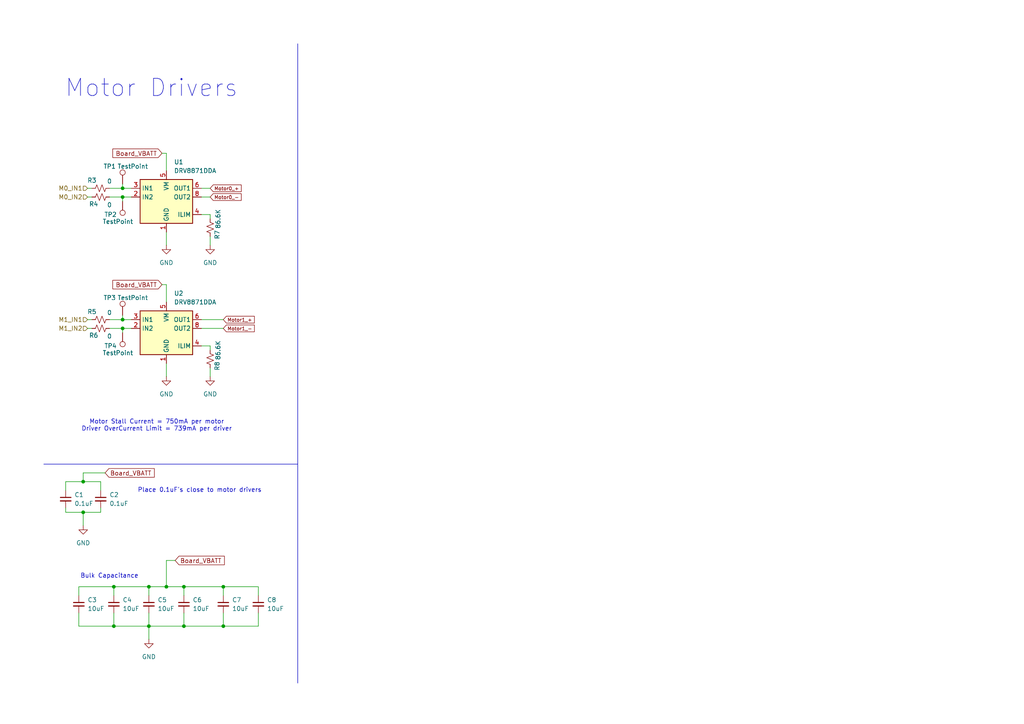
<source format=kicad_sch>
(kicad_sch (version 20231120) (generator "eeschema") (generator_version "8.0")
  (paper "A4")
  (lib_symbols
    (symbol "Connector:TestPoint" (pin_numbers hide) (pin_names (offset 0.762) hide)
      (property "Reference" "TP" (at 0 6.858 0))
      (property "Value" "TestPoint" (at 0 5.08 0))
      (symbol "TestPoint_0_1"
        (circle (center 0 3.302) (radius 0.762))
      )
      (symbol "TestPoint_1_1"
        (pin passive line (at 0 0 90) (length 2.54) (name "1") (number "1"))
      )
    )
    (symbol "Device:C_Small" (pin_numbers hide) (pin_names (offset 0.254) hide)
      (property "Reference" "C" (at 0.254 1.778 0))
      (property "Value" "C_Small" (at 0.254 -2.032 0))
      (symbol "C_Small_0_1"
        (polyline (pts (xy -1.524 -0.508) (xy 1.524 -0.508)) (stroke (width 0.3302)))
        (polyline (pts (xy -1.524 0.508) (xy 1.524 0.508)) (stroke (width 0.3048)))
      )
      (symbol "C_Small_1_1"
        (pin passive line (at 0 2.54 270) (length 2.032) (name "~") (number "1"))
        (pin passive line (at 0 -2.54 90) (length 2.032) (name "~") (number "2"))
      )
    )
    (symbol "Device:R_Small_US" (pin_numbers hide) (pin_names (offset 0.254) hide)
      (property "Reference" "R" (at 0.762 0.508 0))
      (property "Value" "R_Small_US" (at 0.762 -1.016 0))
      (symbol "R_Small_US_1_1"
        (polyline (pts (xy 0 0) (xy 1.016 -0.381) (xy 0 -0.762) (xy -1.016 -1.143) (xy 0 -1.524)))
        (polyline (pts (xy 0 1.524) (xy 1.016 1.143) (xy 0 0.762) (xy -1.016 0.381) (xy 0 0)))
        (pin passive line (at 0 2.54 270) (length 1.016) (name "~") (number "1"))
        (pin passive line (at 0 -2.54 90) (length 1.016) (name "~") (number "2"))
      )
    )
    (symbol "Driver_Motor:DRV8871DDA"
      (property "Reference" "U" (at -6.35 6.35 0))
      (property "Value" "DRV8871DDA" (at 8.89 6.35 0))
      (symbol "DRV8871DDA_0_1"
        (rectangle (start -7.62 5.08) (end 7.62 -7.62) (stroke (width 0.254)) (fill (type background)))
      )
      (symbol "DRV8871DDA_1_1"
        (pin power_in line (at 0 -10.16 90) (length 2.54) (name "GND") (number "1"))
        (pin input line (at -10.16 0 0) (length 2.54) (name "IN2") (number "2"))
        (pin input line (at -10.16 2.54 0) (length 2.54) (name "IN1") (number "3"))
        (pin passive line (at 10.16 -5.08 180) (length 2.54) (name "ILIM") (number "4"))
        (pin power_in line (at 0 7.62 270) (length 2.54) (name "VM") (number "5"))
        (pin output line (at 10.16 2.54 180) (length 2.54) (name "OUT1") (number "6"))
        (pin passive line (at 0 -10.16 90) (length 2.54) hide (name "GND") (number "7"))
        (pin output line (at 10.16 0 180) (length 2.54) (name "OUT2") (number "8"))
        (pin passive line (at 0 -10.16 90) (length 2.54) hide (name "GND") (number "9"))
      )
    )
    (symbol "power:GND" (power) (pin_numbers hide) (pin_names (offset 0) hide)
      (property "Value" "GND" (at 0 -3.81 0))
      (symbol "GND_0_1"
        (polyline (pts (xy 0 0) (xy 0 -1.27) (xy 1.27 -1.27) (xy 0 -2.54) (xy -1.27 -1.27) (xy 0 -1.27)))
      )
      (symbol "GND_1_1"
        (pin power_in line (at 0 0 270) (length 0) (name "~") (number "1"))
      )
    )
  )
  (junction (at 48.26 170.18))
  (junction (at 53.34 181.61))
  (junction (at 24.13 148.59))
  (junction (at 43.18 181.61))
  (junction (at 64.77 170.18))
  (junction (at 35.56 95.25))
  (junction (at 33.02 170.18))
  (junction (at 43.18 170.18))
  (junction (at 35.56 57.15))
  (junction (at 33.02 181.61))
  (junction (at 64.77 181.61))
  (junction (at 24.13 139.7))
  (junction (at 53.34 170.18))
  (junction (at 35.56 92.71))
  (junction (at 35.56 54.61))
  (wire (pts (xy 35.56 95.25) (xy 38.1 95.25)))
  (wire (pts (xy 60.96 62.23) (xy 60.96 63.5)))
  (wire (pts (xy 43.18 181.61) (xy 53.34 181.61)))
  (wire (pts (xy 58.42 62.23) (xy 60.96 62.23)))
  (wire (pts (xy 24.13 137.16) (xy 24.13 139.7)))
  (wire (pts (xy 48.26 170.18) (xy 53.34 170.18)))
  (wire (pts (xy 31.75 54.61) (xy 35.56 54.61)))
  (wire (pts (xy 53.34 181.61) (xy 64.77 181.61)))
  (wire (pts (xy 58.42 95.25) (xy 64.77 95.25)))
  (wire (pts (xy 22.86 170.18) (xy 33.02 170.18)))
  (wire (pts (xy 60.96 106.68) (xy 60.96 109.22)))
  (wire (pts (xy 31.75 57.15) (xy 35.56 57.15)))
  (polyline (pts (xy 12.7 134.62) (xy 86.36 134.62)))
  (wire (pts (xy 48.26 162.56) (xy 48.26 170.18)))
  (wire (pts (xy 24.13 148.59) (xy 29.21 148.59)))
  (wire (pts (xy 35.56 95.25) (xy 35.56 96.52)))
  (wire (pts (xy 50.8 162.56) (xy 48.26 162.56)))
  (wire (pts (xy 74.93 181.61) (xy 74.93 177.8)))
  (wire (pts (xy 48.26 82.55) (xy 48.26 87.63)))
  (wire (pts (xy 60.96 100.33) (xy 60.96 101.6)))
  (wire (pts (xy 33.02 177.8) (xy 33.02 181.61)))
  (wire (pts (xy 48.26 67.31) (xy 48.26 71.12)))
  (wire (pts (xy 53.34 170.18) (xy 53.34 172.72)))
  (wire (pts (xy 35.56 57.15) (xy 38.1 57.15)))
  (wire (pts (xy 60.96 68.58) (xy 60.96 71.12)))
  (wire (pts (xy 64.77 181.61) (xy 74.93 181.61)))
  (wire (pts (xy 35.56 54.61) (xy 38.1 54.61)))
  (wire (pts (xy 22.86 172.72) (xy 22.86 170.18)))
  (wire (pts (xy 53.34 177.8) (xy 53.34 181.61)))
  (wire (pts (xy 25.4 57.15) (xy 26.67 57.15)))
  (wire (pts (xy 58.42 100.33) (xy 60.96 100.33)))
  (wire (pts (xy 74.93 170.18) (xy 74.93 172.72)))
  (wire (pts (xy 43.18 177.8) (xy 43.18 181.61)))
  (wire (pts (xy 58.42 92.71) (xy 64.77 92.71)))
  (wire (pts (xy 25.4 54.61) (xy 26.67 54.61)))
  (wire (pts (xy 25.4 95.25) (xy 26.67 95.25)))
  (wire (pts (xy 19.05 147.32) (xy 19.05 148.59)))
  (wire (pts (xy 35.56 91.44) (xy 35.56 92.71)))
  (wire (pts (xy 31.75 95.25) (xy 35.56 95.25)))
  (wire (pts (xy 19.05 139.7) (xy 24.13 139.7)))
  (wire (pts (xy 31.75 92.71) (xy 35.56 92.71)))
  (wire (pts (xy 25.4 92.71) (xy 26.67 92.71)))
  (wire (pts (xy 33.02 170.18) (xy 33.02 172.72)))
  (wire (pts (xy 30.48 137.16) (xy 24.13 137.16)))
  (wire (pts (xy 53.34 170.18) (xy 64.77 170.18)))
  (wire (pts (xy 22.86 181.61) (xy 33.02 181.61)))
  (wire (pts (xy 64.77 170.18) (xy 74.93 170.18)))
  (wire (pts (xy 64.77 177.8) (xy 64.77 181.61)))
  (wire (pts (xy 58.42 57.15) (xy 60.96 57.15)))
  (wire (pts (xy 19.05 142.24) (xy 19.05 139.7)))
  (wire (pts (xy 22.86 177.8) (xy 22.86 181.61)))
  (wire (pts (xy 33.02 170.18) (xy 43.18 170.18)))
  (wire (pts (xy 46.99 82.55) (xy 48.26 82.55)))
  (wire (pts (xy 43.18 181.61) (xy 43.18 185.42)))
  (wire (pts (xy 64.77 170.18) (xy 64.77 172.72)))
  (wire (pts (xy 29.21 148.59) (xy 29.21 147.32)))
  (wire (pts (xy 24.13 148.59) (xy 19.05 148.59)))
  (wire (pts (xy 48.26 44.45) (xy 48.26 49.53)))
  (wire (pts (xy 48.26 105.41) (xy 48.26 109.22)))
  (wire (pts (xy 29.21 139.7) (xy 29.21 142.24)))
  (wire (pts (xy 24.13 139.7) (xy 29.21 139.7)))
  (wire (pts (xy 58.42 54.61) (xy 60.96 54.61)))
  (polyline (pts (xy 86.36 134.62) (xy 86.36 198.12)))
  (wire (pts (xy 33.02 181.61) (xy 43.18 181.61)))
  (wire (pts (xy 43.18 170.18) (xy 43.18 172.72)))
  (polyline (pts (xy 86.36 12.7) (xy 86.36 134.62)))
  (wire (pts (xy 43.18 170.18) (xy 48.26 170.18)))
  (wire (pts (xy 35.56 53.34) (xy 35.56 54.61)))
  (wire (pts (xy 35.56 92.71) (xy 38.1 92.71)))
  (wire (pts (xy 35.56 57.15) (xy 35.56 58.42)))
  (wire (pts (xy 24.13 148.59) (xy 24.13 152.4)))
  (wire (pts (xy 46.99 44.45) (xy 48.26 44.45)))
  (text "Bulk Capacitance\n" (at 31.75 167.132 0) (effects (font (size 1.27 1.27))))
  (text "Motor Drivers\n" (at 43.942 25.654 0) (effects (font (size 5 5))))
  (text "Motor Stall Current = 750mA per motor\nDriver OverCurrent Limit = 739mA per driver\n" (at 45.466 123.444 0) (effects (font (size 1.27 1.27))))
  (text "Place 0.1uF's close to motor drivers\n" (at 57.912 142.24 0) (effects (font (size 1.27 1.27))))
  (global_label "Motor1_-" (shape input) (at 64.77 95.25 0) (effects (font (size 1 1))) (property "Intersheetrefs" "${INTERSHEET_REFS}" (effects (hide yes))))
  (global_label "Board_VBATT" (shape input) (at 50.8 162.56 0) (property "Intersheetrefs" "${INTERSHEET_REFS}" (effects (hide yes))))
  (global_label "Motor0_+" (shape input) (at 60.96 54.61 0) (effects (font (size 1 1))) (property "Intersheetrefs" "${INTERSHEET_REFS}" (effects (hide yes))))
  (global_label "Board_VBATT" (shape input) (at 46.99 82.55 180) (property "Intersheetrefs" "${INTERSHEET_REFS}" (effects (hide yes))))
  (global_label "Motor0_-" (shape input) (at 60.96 57.15 0) (effects (font (size 1 1))) (property "Intersheetrefs" "${INTERSHEET_REFS}" (effects (hide yes))))
  (global_label "Board_VBATT" (shape input) (at 30.48 137.16 0) (property "Intersheetrefs" "${INTERSHEET_REFS}" (effects (hide yes))))
  (global_label "Motor1_+" (shape input) (at 64.77 92.71 0) (effects (font (size 1 1))) (property "Intersheetrefs" "${INTERSHEET_REFS}" (effects (hide yes))))
  (global_label "Board_VBATT" (shape input) (at 46.99 44.45 180) (property "Intersheetrefs" "${INTERSHEET_REFS}" (effects (hide yes))))
  (hierarchical_label "M1_IN1" (shape input) (at 25.4 92.71 180))
  (hierarchical_label "M0_IN1" (shape input) (at 25.4 54.61 180))
  (hierarchical_label "M1_IN2" (shape input) (at 25.4 95.25 180))
  (hierarchical_label "M0_IN2" (shape input) (at 25.4 57.15 180))
  (symbol (lib_id "power:GND") (at 60.96 109.22 0) (unit 1)
    (property "Reference" "#PWR08" (effects (hide yes)))
    (property "Value" "GND" (at 60.96 114.3 0))
    (property "Description" "Power symbol creates a global label with name \"GND\" , ground" (effects (hide yes)))
  )
  (symbol (lib_id "Device:C_Small") (at 64.77 175.26 0) (unit 1)
    (property "Reference" "C7" (at 67.31 173.9962 0) (effects (justify left)))
    (property "Value" "10uF" (at 67.31 176.5362 0) (effects (justify left)))
    (property "Footprint" "Capacitor_SMD:C_0805_2012Metric_Pad1.18x1.45mm_HandSolder" (effects (hide yes)))
    (property "Description" "Unpolarized capacitor, small symbol" (effects (hide yes)))
  )
  (symbol (lib_id "Device:R_Small_US") (at 60.96 104.14 0) (unit 1)
    (property "Reference" "R8" (at 62.992 106.172 90))
    (property "Value" "86.6K" (at 63.246 101.6 90))
    (property "Footprint" "Resistor_SMD:R_0402_1005Metric" (effects (hide yes)))
    (property "Description" "Resistor, small US symbol" (effects (hide yes)))
  )
  (symbol (lib_id "Device:C_Small") (at 22.86 175.26 0) (unit 1)
    (property "Reference" "C3" (at 25.4 173.9962 0) (effects (justify left)))
    (property "Value" "10uF" (at 25.4 176.5362 0) (effects (justify left)))
    (property "Footprint" "Capacitor_SMD:C_0805_2012Metric_Pad1.18x1.45mm_HandSolder" (effects (hide yes)))
    (property "Description" "Unpolarized capacitor, small symbol" (effects (hide yes)))
  )
  (symbol (lib_id "Device:C_Small") (at 43.18 175.26 0) (unit 1)
    (property "Reference" "C5" (at 45.72 173.9962 0) (effects (justify left)))
    (property "Value" "10uF" (at 45.72 176.5362 0) (effects (justify left)))
    (property "Footprint" "Capacitor_SMD:C_0805_2012Metric_Pad1.18x1.45mm_HandSolder" (effects (hide yes)))
    (property "Description" "Unpolarized capacitor, small symbol" (effects (hide yes)))
  )
  (symbol (lib_id "Connector:TestPoint") (at 35.56 91.44 0) (unit 1)
    (property "Reference" "TP3" (at 29.972 86.36 0) (effects (justify left)))
    (property "Value" "TestPoint" (at 34.036 86.36 0) (effects (justify left)))
    (property "Footprint" "TestPoint:TestPoint_Pad_1.0x1.0mm" (effects (hide yes)))
    (property "Description" "test point" (effects (hide yes)))
  )
  (symbol (lib_id "Device:R_Small_US") (at 60.96 66.04 0) (unit 1)
    (property "Reference" "R7" (at 62.992 68.072 90))
    (property "Value" "86.6K" (at 63.246 63.5 90))
    (property "Footprint" "Resistor_SMD:R_0402_1005Metric" (effects (hide yes)))
    (property "Description" "Resistor, small US symbol" (effects (hide yes)))
  )
  (symbol (lib_id "power:GND") (at 48.26 71.12 0) (unit 1)
    (property "Reference" "#PWR05" (effects (hide yes)))
    (property "Value" "GND" (at 48.26 76.2 0))
    (property "Description" "Power symbol creates a global label with name \"GND\" , ground" (effects (hide yes)))
  )
  (symbol (lib_id "power:GND") (at 24.13 152.4 0) (unit 1)
    (property "Reference" "#PWR04" (effects (hide yes)))
    (property "Value" "GND" (at 24.13 157.48 0))
    (property "Description" "Power symbol creates a global label with name \"GND\" , ground" (effects (hide yes)))
  )
  (symbol (lib_id "Device:R_Small_US") (at 29.21 54.61 90) (unit 1)
    (property "Reference" "R3" (at 26.67 52.324 90))
    (property "Value" "0" (at 31.75 52.578 90))
    (property "Footprint" "Resistor_SMD:R_0402_1005Metric" (effects (hide yes)))
    (property "Description" "Resistor, small US symbol" (effects (hide yes)))
  )
  (symbol (lib_id "power:GND") (at 48.26 109.22 0) (unit 1)
    (property "Reference" "#PWR06" (effects (hide yes)))
    (property "Value" "GND" (at 48.26 114.3 0))
    (property "Description" "Power symbol creates a global label with name \"GND\" , ground" (effects (hide yes)))
  )
  (symbol (lib_id "Driver_Motor:DRV8871DDA") (at 48.26 95.25 0) (unit 1)
    (property "Reference" "U2" (at 50.4541 85.09 0) (effects (justify left)))
    (property "Value" "DRV8871DDA" (at 50.4541 87.63 0) (effects (justify left)))
    (property "Footprint" "Package_SO:Texas_HTSOP-8-1EP_3.9x4.9mm_P1.27mm_EP2.95x4.9mm_Mask2.4x3.1mm_ThermalVias" (effects (hide yes)))
    (property "Datasheet" "http://www.ti.com/lit/ds/symlink/drv8871.pdf" (effects (hide yes)))
    (property "Description" "Brushed DC Motor Driver, PWM Control, 45V, 3.6A, Current limiting, HTSOP-8" (effects (hide yes)))
  )
  (symbol (lib_id "Device:C_Small") (at 33.02 175.26 0) (unit 1)
    (property "Reference" "C4" (at 35.56 173.9962 0) (effects (justify left)))
    (property "Value" "10uF" (at 35.56 176.5362 0) (effects (justify left)))
    (property "Footprint" "Capacitor_SMD:C_0805_2012Metric_Pad1.18x1.45mm_HandSolder" (effects (hide yes)))
    (property "Description" "Unpolarized capacitor, small symbol" (effects (hide yes)))
  )
  (symbol (lib_id "power:GND") (at 60.96 71.12 0) (unit 1)
    (property "Reference" "#PWR07" (effects (hide yes)))
    (property "Value" "GND" (at 60.96 76.2 0))
    (property "Description" "Power symbol creates a global label with name \"GND\" , ground" (effects (hide yes)))
  )
  (symbol (lib_id "Connector:TestPoint") (at 35.56 96.52 180) (unit 1)
    (property "Reference" "TP4" (at 30.226 100.33 0) (effects (justify right)))
    (property "Value" "TestPoint" (at 29.718 102.362 0) (effects (justify right)))
    (property "Footprint" "TestPoint:TestPoint_Pad_1.0x1.0mm" (effects (hide yes)))
    (property "Description" "test point" (effects (hide yes)))
  )
  (symbol (lib_id "Device:R_Small_US") (at 29.21 57.15 270) (unit 1)
    (property "Reference" "R4" (at 27.178 59.182 90))
    (property "Value" "0" (at 31.75 59.436 90))
    (property "Footprint" "Resistor_SMD:R_0402_1005Metric" (effects (hide yes)))
    (property "Description" "Resistor, small US symbol" (effects (hide yes)))
  )
  (symbol (lib_id "Connector:TestPoint") (at 35.56 53.34 0) (unit 1)
    (property "Reference" "TP1" (at 29.972 48.26 0) (effects (justify left)))
    (property "Value" "TestPoint" (at 34.036 48.26 0) (effects (justify left)))
    (property "Footprint" "TestPoint:TestPoint_Pad_1.0x1.0mm" (effects (hide yes)))
    (property "Description" "test point" (effects (hide yes)))
  )
  (symbol (lib_id "Device:C_Small") (at 19.05 144.78 0) (unit 1)
    (property "Reference" "C1" (at 21.59 143.5162 0) (effects (justify left)))
    (property "Value" "0.1uF" (at 21.59 146.0562 0) (effects (justify left)))
    (property "Footprint" "Capacitor_SMD:C_0603_1608Metric_Pad1.08x0.95mm_HandSolder" (effects (hide yes)))
    (property "Description" "Unpolarized capacitor, small symbol" (effects (hide yes)))
  )
  (symbol (lib_id "power:GND") (at 43.18 185.42 0) (unit 1)
    (property "Reference" "#PWR03" (effects (hide yes)))
    (property "Value" "GND" (at 43.18 190.5 0))
    (property "Description" "Power symbol creates a global label with name \"GND\" , ground" (effects (hide yes)))
  )
  (symbol (lib_id "Connector:TestPoint") (at 35.56 58.42 180) (unit 1)
    (property "Reference" "TP2" (at 30.226 62.23 0) (effects (justify right)))
    (property "Value" "TestPoint" (at 29.718 64.262 0) (effects (justify right)))
    (property "Footprint" "TestPoint:TestPoint_Pad_1.0x1.0mm" (effects (hide yes)))
    (property "Description" "test point" (effects (hide yes)))
  )
  (symbol (lib_id "Device:C_Small") (at 29.21 144.78 0) (unit 1)
    (property "Reference" "C2" (at 31.75 143.5162 0) (effects (justify left)))
    (property "Value" "0.1uF" (at 31.75 146.0562 0) (effects (justify left)))
    (property "Footprint" "Capacitor_SMD:C_0603_1608Metric_Pad1.08x0.95mm_HandSolder" (effects (hide yes)))
    (property "Description" "Unpolarized capacitor, small symbol" (effects (hide yes)))
  )
  (symbol (lib_id "Device:R_Small_US") (at 29.21 92.71 90) (unit 1)
    (property "Reference" "R5" (at 26.67 90.424 90))
    (property "Value" "0" (at 31.75 90.678 90))
    (property "Footprint" "Resistor_SMD:R_0402_1005Metric" (effects (hide yes)))
    (property "Description" "Resistor, small US symbol" (effects (hide yes)))
  )
  (symbol (lib_id "Device:C_Small") (at 74.93 175.26 0) (unit 1)
    (property "Reference" "C8" (at 77.47 173.9962 0) (effects (justify left)))
    (property "Value" "10uF" (at 77.47 176.5362 0) (effects (justify left)))
    (property "Footprint" "Capacitor_SMD:C_0805_2012Metric_Pad1.18x1.45mm_HandSolder" (effects (hide yes)))
    (property "Description" "Unpolarized capacitor, small symbol" (effects (hide yes)))
  )
  (symbol (lib_id "Device:R_Small_US") (at 29.21 95.25 270) (unit 1)
    (property "Reference" "R6" (at 27.178 97.282 90))
    (property "Value" "0" (at 31.75 97.536 90))
    (property "Footprint" "Resistor_SMD:R_0402_1005Metric" (effects (hide yes)))
    (property "Description" "Resistor, small US symbol" (effects (hide yes)))
  )
  (symbol (lib_id "Driver_Motor:DRV8871DDA") (at 48.26 57.15 0) (unit 1)
    (property "Reference" "U1" (at 50.4541 46.99 0) (effects (justify left)))
    (property "Value" "DRV8871DDA" (at 50.4541 49.53 0) (effects (justify left)))
    (property "Footprint" "Package_SO:Texas_HTSOP-8-1EP_3.9x4.9mm_P1.27mm_EP2.95x4.9mm_Mask2.4x3.1mm_ThermalVias" (effects (hide yes)))
    (property "Datasheet" "http://www.ti.com/lit/ds/symlink/drv8871.pdf" (effects (hide yes)))
    (property "Description" "Brushed DC Motor Driver, PWM Control, 45V, 3.6A, Current limiting, HTSOP-8" (effects (hide yes)))
  )
  (symbol (lib_id "Device:C_Small") (at 53.34 175.26 0) (unit 1)
    (property "Reference" "C6" (at 55.88 173.9962 0) (effects (justify left)))
    (property "Value" "10uF" (at 55.88 176.5362 0) (effects (justify left)))
    (property "Footprint" "Capacitor_SMD:C_0805_2012Metric_Pad1.18x1.45mm_HandSolder" (effects (hide yes)))
    (property "Description" "Unpolarized capacitor, small symbol" (effects (hide yes)))
  )
)
</source>
